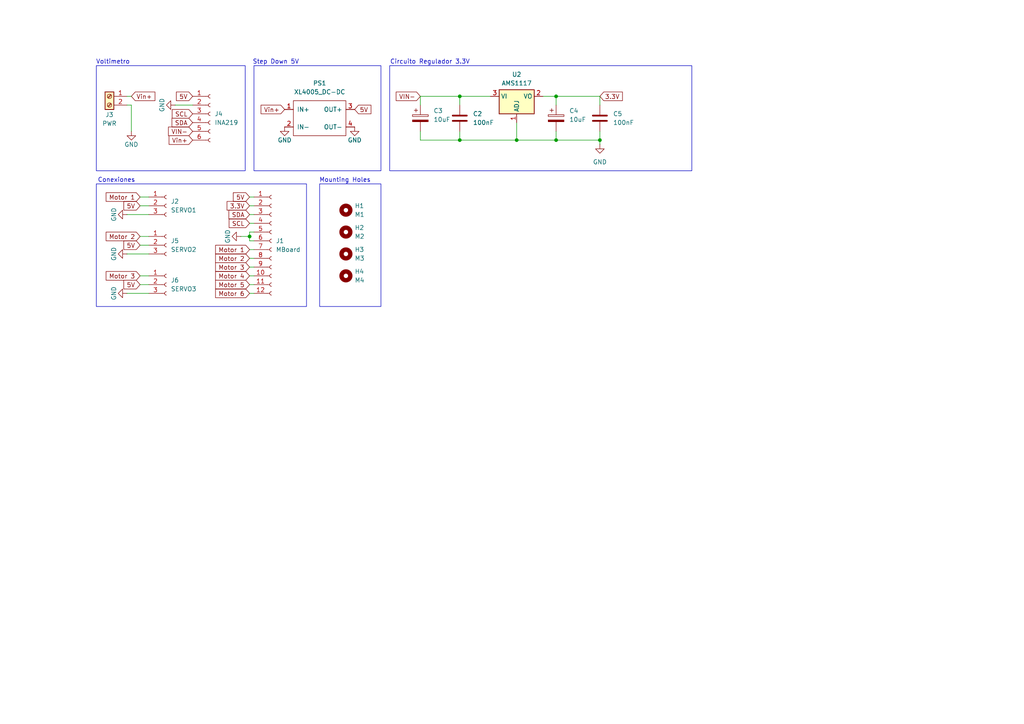
<source format=kicad_sch>
(kicad_sch (version 20231120) (generator "eeschema") (generator_version "8.0")
  (paper "A4")
  (lib_symbols
    (symbol "Connector:Conn_01x03_Socket" (pin_names (offset 1.016) hide)
      (property "Reference" "J" (at 0 5.08 0))
      (property "Value" "Conn_01x03_Socket" (at 0 -5.08 0))
      (symbol "Conn_01x03_Socket_1_1"
        (arc (start 0 -2.032) (mid -0.5058 -2.54) (end 0 -3.048) (stroke (width 0.1524)))
        (polyline (pts (xy -1.27 -2.54) (xy -0.508 -2.54)) (stroke (width 0.1524)))
        (polyline (pts (xy -1.27 0) (xy -0.508 0)) (stroke (width 0.1524)))
        (polyline (pts (xy -1.27 2.54) (xy -0.508 2.54)) (stroke (width 0.1524)))
        (arc (start 0 0.508) (mid -0.5058 0) (end 0 -0.508) (stroke (width 0.1524)))
        (arc (start 0 3.048) (mid -0.5058 2.54) (end 0 2.032) (stroke (width 0.1524)))
        (pin passive line (at -5.08 2.54 0) (length 3.81) (name "Pin_1") (number "1"))
        (pin passive line (at -5.08 0 0) (length 3.81) (name "Pin_2") (number "2"))
        (pin passive line (at -5.08 -2.54 0) (length 3.81) (name "Pin_3") (number "3"))
      )
    )
    (symbol "Connector:Conn_01x06_Socket" (pin_names (offset 1.016) hide)
      (property "Reference" "J" (at 0 7.62 0))
      (property "Value" "Conn_01x06_Socket" (at 0 -10.16 0))
      (symbol "Conn_01x06_Socket_1_1"
        (arc (start 0 -7.112) (mid -0.5058 -7.62) (end 0 -8.128) (stroke (width 0.1524)))
        (arc (start 0 -4.572) (mid -0.5058 -5.08) (end 0 -5.588) (stroke (width 0.1524)))
        (arc (start 0 -2.032) (mid -0.5058 -2.54) (end 0 -3.048) (stroke (width 0.1524)))
        (polyline (pts (xy -1.27 -7.62) (xy -0.508 -7.62)) (stroke (width 0.1524)))
        (polyline (pts (xy -1.27 -5.08) (xy -0.508 -5.08)) (stroke (width 0.1524)))
        (polyline (pts (xy -1.27 -2.54) (xy -0.508 -2.54)) (stroke (width 0.1524)))
        (polyline (pts (xy -1.27 0) (xy -0.508 0)) (stroke (width 0.1524)))
        (polyline (pts (xy -1.27 2.54) (xy -0.508 2.54)) (stroke (width 0.1524)))
        (polyline (pts (xy -1.27 5.08) (xy -0.508 5.08)) (stroke (width 0.1524)))
        (arc (start 0 0.508) (mid -0.5058 0) (end 0 -0.508) (stroke (width 0.1524)))
        (arc (start 0 3.048) (mid -0.5058 2.54) (end 0 2.032) (stroke (width 0.1524)))
        (arc (start 0 5.588) (mid -0.5058 5.08) (end 0 4.572) (stroke (width 0.1524)))
        (pin passive line (at -5.08 5.08 0) (length 3.81) (name "Pin_1") (number "1"))
        (pin passive line (at -5.08 2.54 0) (length 3.81) (name "Pin_2") (number "2"))
        (pin passive line (at -5.08 0 0) (length 3.81) (name "Pin_3") (number "3"))
        (pin passive line (at -5.08 -2.54 0) (length 3.81) (name "Pin_4") (number "4"))
        (pin passive line (at -5.08 -5.08 0) (length 3.81) (name "Pin_5") (number "5"))
        (pin passive line (at -5.08 -7.62 0) (length 3.81) (name "Pin_6") (number "6"))
      )
    )
    (symbol "Connector:Conn_01x12_Socket" (pin_names (offset 1.016) hide)
      (property "Reference" "J" (at 0 15.24 0))
      (property "Value" "Conn_01x12_Socket" (at 0 -17.78 0))
      (symbol "Conn_01x12_Socket_1_1"
        (arc (start 0 -14.732) (mid -0.5058 -15.24) (end 0 -15.748) (stroke (width 0.1524)))
        (arc (start 0 -12.192) (mid -0.5058 -12.7) (end 0 -13.208) (stroke (width 0.1524)))
        (arc (start 0 -9.652) (mid -0.5058 -10.16) (end 0 -10.668) (stroke (width 0.1524)))
        (arc (start 0 -7.112) (mid -0.5058 -7.62) (end 0 -8.128) (stroke (width 0.1524)))
        (arc (start 0 -4.572) (mid -0.5058 -5.08) (end 0 -5.588) (stroke (width 0.1524)))
        (arc (start 0 -2.032) (mid -0.5058 -2.54) (end 0 -3.048) (stroke (width 0.1524)))
        (polyline (pts (xy -1.27 -15.24) (xy -0.508 -15.24)) (stroke (width 0.1524)))
        (polyline (pts (xy -1.27 -12.7) (xy -0.508 -12.7)) (stroke (width 0.1524)))
        (polyline (pts (xy -1.27 -10.16) (xy -0.508 -10.16)) (stroke (width 0.1524)))
        (polyline (pts (xy -1.27 -7.62) (xy -0.508 -7.62)) (stroke (width 0.1524)))
        (polyline (pts (xy -1.27 -5.08) (xy -0.508 -5.08)) (stroke (width 0.1524)))
        (polyline (pts (xy -1.27 -2.54) (xy -0.508 -2.54)) (stroke (width 0.1524)))
        (polyline (pts (xy -1.27 0) (xy -0.508 0)) (stroke (width 0.1524)))
        (polyline (pts (xy -1.27 2.54) (xy -0.508 2.54)) (stroke (width 0.1524)))
        (polyline (pts (xy -1.27 5.08) (xy -0.508 5.08)) (stroke (width 0.1524)))
        (polyline (pts (xy -1.27 7.62) (xy -0.508 7.62)) (stroke (width 0.1524)))
        (polyline (pts (xy -1.27 10.16) (xy -0.508 10.16)) (stroke (width 0.1524)))
        (polyline (pts (xy -1.27 12.7) (xy -0.508 12.7)) (stroke (width 0.1524)))
        (arc (start 0 0.508) (mid -0.5058 0) (end 0 -0.508) (stroke (width 0.1524)))
        (arc (start 0 3.048) (mid -0.5058 2.54) (end 0 2.032) (stroke (width 0.1524)))
        (arc (start 0 5.588) (mid -0.5058 5.08) (end 0 4.572) (stroke (width 0.1524)))
        (arc (start 0 8.128) (mid -0.5058 7.62) (end 0 7.112) (stroke (width 0.1524)))
        (arc (start 0 10.668) (mid -0.5058 10.16) (end 0 9.652) (stroke (width 0.1524)))
        (arc (start 0 13.208) (mid -0.5058 12.7) (end 0 12.192) (stroke (width 0.1524)))
        (pin passive line (at -5.08 12.7 0) (length 3.81) (name "Pin_1") (number "1"))
        (pin passive line (at -5.08 -10.16 0) (length 3.81) (name "Pin_10") (number "10"))
        (pin passive line (at -5.08 -12.7 0) (length 3.81) (name "Pin_11") (number "11"))
        (pin passive line (at -5.08 -15.24 0) (length 3.81) (name "Pin_12") (number "12"))
        (pin passive line (at -5.08 10.16 0) (length 3.81) (name "Pin_2") (number "2"))
        (pin passive line (at -5.08 7.62 0) (length 3.81) (name "Pin_3") (number "3"))
        (pin passive line (at -5.08 5.08 0) (length 3.81) (name "Pin_4") (number "4"))
        (pin passive line (at -5.08 2.54 0) (length 3.81) (name "Pin_5") (number "5"))
        (pin passive line (at -5.08 0 0) (length 3.81) (name "Pin_6") (number "6"))
        (pin passive line (at -5.08 -2.54 0) (length 3.81) (name "Pin_7") (number "7"))
        (pin passive line (at -5.08 -5.08 0) (length 3.81) (name "Pin_8") (number "8"))
        (pin passive line (at -5.08 -7.62 0) (length 3.81) (name "Pin_9") (number "9"))
      )
    )
    (symbol "Connector:Screw_Terminal_01x02" (pin_names (offset 1.016) hide)
      (property "Reference" "J" (at 0 2.54 0))
      (property "Value" "Screw_Terminal_01x02" (at 0 -5.08 0))
      (symbol "Screw_Terminal_01x02_1_1"
        (rectangle (start -1.27 1.27) (end 1.27 -3.81) (stroke (width 0.254)) (fill (type background)))
        (circle (center 0 -2.54) (radius 0.635) (stroke (width 0.1524)))
        (polyline (pts (xy -0.5334 -2.2098) (xy 0.3302 -3.048)) (stroke (width 0.1524)))
        (polyline (pts (xy -0.5334 0.3302) (xy 0.3302 -0.508)) (stroke (width 0.1524)))
        (polyline (pts (xy -0.3556 -2.032) (xy 0.508 -2.8702)) (stroke (width 0.1524)))
        (polyline (pts (xy -0.3556 0.508) (xy 0.508 -0.3302)) (stroke (width 0.1524)))
        (circle (center 0 0) (radius 0.635) (stroke (width 0.1524)))
        (pin passive line (at -5.08 0 0) (length 3.81) (name "Pin_1") (number "1"))
        (pin passive line (at -5.08 -2.54 0) (length 3.81) (name "Pin_2") (number "2"))
      )
    )
    (symbol "Device:C" (pin_numbers hide) (pin_names (offset 0.254))
      (property "Reference" "C" (at 0.635 2.54 0))
      (property "Value" "C" (at 0.635 -2.54 0))
      (symbol "C_0_1"
        (polyline (pts (xy -2.032 -0.762) (xy 2.032 -0.762)) (stroke (width 0.508)))
        (polyline (pts (xy -2.032 0.762) (xy 2.032 0.762)) (stroke (width 0.508)))
      )
      (symbol "C_1_1"
        (pin passive line (at 0 3.81 270) (length 2.794) (name "~") (number "1"))
        (pin passive line (at 0 -3.81 90) (length 2.794) (name "~") (number "2"))
      )
    )
    (symbol "Device:C_Polarized" (pin_numbers hide) (pin_names (offset 0.254))
      (property "Reference" "C" (at 0.635 2.54 0))
      (property "Value" "C_Polarized" (at 0.635 -2.54 0))
      (symbol "C_Polarized_0_1"
        (rectangle (start -2.286 0.508) (end 2.286 1.016))
        (polyline (pts (xy -1.778 2.286) (xy -0.762 2.286)))
        (polyline (pts (xy -1.27 2.794) (xy -1.27 1.778)))
        (rectangle (start 2.286 -0.508) (end -2.286 -1.016) (fill (type outline)))
      )
      (symbol "C_Polarized_1_1"
        (pin passive line (at 0 3.81 270) (length 2.794) (name "~") (number "1"))
        (pin passive line (at 0 -3.81 90) (length 2.794) (name "~") (number "2"))
      )
    )
    (symbol "Mechanical:MountingHole" (pin_names (offset 1.016)) (exclude_from_sim yes) (in_bom no)
      (property "Reference" "H" (at 0 5.08 0))
      (property "Value" "MountingHole" (at 0 3.175 0))
      (symbol "MountingHole_0_1"
        (circle (center 0 0) (radius 1.27) (stroke (width 1.27)))
      )
    )
    (symbol "Regulator_Linear:AMS1117"
      (property "Reference" "U" (at -3.81 3.175 0))
      (property "Value" "AMS1117" (at 0 3.175 0))
      (symbol "AMS1117_0_1"
        (rectangle (start -5.08 -5.08) (end 5.08 1.905) (stroke (width 0.254)) (fill (type background)))
      )
      (symbol "AMS1117_1_1"
        (pin input line (at 0 -7.62 90) (length 2.54) (name "ADJ") (number "1"))
        (pin power_out line (at 7.62 0 180) (length 2.54) (name "VO") (number "2"))
        (pin power_in line (at -7.62 0 0) (length 2.54) (name "VI") (number "3"))
      )
    )
    (symbol "XL4005_DC-DC:XL4005_DC-DC" (pin_names (offset 1.016))
      (property "Reference" "PS" (at 0 0 0))
      (property "Value" "XL4005_DC-DC" (at 0 -7.62 0))
      (symbol "XL4005_DC-DC_0_1"
        (rectangle (start -7.62 5.08) (end 7.62 -5.08))
        (rectangle (start -5.08 2.54) (end -5.08 2.54))
        (rectangle (start -5.08 5.08) (end -5.08 5.08))
        (rectangle (start -2.54 5.08) (end -2.54 5.08))
      )
      (symbol "XL4005_DC-DC_1_1"
        (pin input line (at -10.16 2.54 0) (length 2.54) (name "IN+") (number "1"))
        (pin input line (at -10.16 -2.54 0) (length 2.54) (name "IN-") (number "2"))
        (pin output line (at 10.16 2.54 180) (length 2.54) (name "OUT+") (number "3"))
        (pin output line (at 10.16 -2.54 180) (length 2.54) (name "OUT-") (number "4"))
      )
    )
    (symbol "power:GND" (power) (pin_numbers hide) (pin_names (offset 0) hide)
      (property "Value" "GND" (at 0 -3.81 0))
      (symbol "GND_0_1"
        (polyline (pts (xy 0 0) (xy 0 -1.27) (xy 1.27 -1.27) (xy 0 -2.54) (xy -1.27 -1.27) (xy 0 -1.27)))
      )
      (symbol "GND_1_1"
        (pin power_in line (at 0 0 270) (length 0) (name "~") (number "1"))
      )
    )
  )
  (junction (at 149.86 40.64))
  (junction (at 72.39 68.58))
  (junction (at 161.29 27.94))
  (junction (at 133.35 40.64))
  (junction (at 173.99 40.64))
  (junction (at 133.35 27.94))
  (junction (at 161.29 40.64))
  (wire (pts (xy 173.99 27.94) (xy 173.99 30.48)))
  (wire (pts (xy 161.29 38.1) (xy 161.29 40.64)))
  (wire (pts (xy 142.24 27.94) (xy 133.35 27.94)))
  (wire (pts (xy 72.39 80.01) (xy 73.66 80.01)))
  (wire (pts (xy 50.8 30.48) (xy 55.88 30.48)))
  (wire (pts (xy 40.64 71.12) (xy 43.18 71.12)))
  (wire (pts (xy 38.1 30.48) (xy 38.1 38.1)))
  (wire (pts (xy 72.39 59.69) (xy 73.66 59.69)))
  (wire (pts (xy 40.64 59.69) (xy 43.18 59.69)))
  (wire (pts (xy 173.99 38.1) (xy 173.99 40.64)))
  (wire (pts (xy 40.64 82.55) (xy 43.18 82.55)))
  (wire (pts (xy 72.39 85.09) (xy 73.66 85.09)))
  (wire (pts (xy 36.83 85.09) (xy 43.18 85.09)))
  (wire (pts (xy 133.35 27.94) (xy 133.35 30.48)))
  (wire (pts (xy 72.39 68.58) (xy 72.39 69.85)))
  (wire (pts (xy 161.29 27.94) (xy 161.29 30.48)))
  (wire (pts (xy 72.39 72.39) (xy 73.66 72.39)))
  (wire (pts (xy 121.92 30.48) (xy 121.92 27.94)))
  (wire (pts (xy 149.86 40.64) (xy 161.29 40.64)))
  (wire (pts (xy 40.64 80.01) (xy 43.18 80.01)))
  (wire (pts (xy 72.39 82.55) (xy 73.66 82.55)))
  (wire (pts (xy 121.92 27.94) (xy 133.35 27.94)))
  (wire (pts (xy 149.86 35.56) (xy 149.86 40.64)))
  (wire (pts (xy 121.92 38.1) (xy 121.92 40.64)))
  (wire (pts (xy 69.85 68.58) (xy 72.39 68.58)))
  (wire (pts (xy 38.1 30.48) (xy 36.83 30.48)))
  (wire (pts (xy 72.39 77.47) (xy 73.66 77.47)))
  (wire (pts (xy 72.39 69.85) (xy 73.66 69.85)))
  (wire (pts (xy 40.64 68.58) (xy 43.18 68.58)))
  (wire (pts (xy 72.39 62.23) (xy 73.66 62.23)))
  (wire (pts (xy 72.39 64.77) (xy 73.66 64.77)))
  (wire (pts (xy 36.83 62.23) (xy 43.18 62.23)))
  (wire (pts (xy 173.99 41.91) (xy 173.99 40.64)))
  (wire (pts (xy 38.1 27.94) (xy 36.83 27.94)))
  (wire (pts (xy 149.86 40.64) (xy 133.35 40.64)))
  (wire (pts (xy 157.48 27.94) (xy 161.29 27.94)))
  (wire (pts (xy 161.29 40.64) (xy 173.99 40.64)))
  (wire (pts (xy 133.35 38.1) (xy 133.35 40.64)))
  (wire (pts (xy 72.39 74.93) (xy 73.66 74.93)))
  (wire (pts (xy 72.39 68.58) (xy 72.39 67.31)))
  (wire (pts (xy 72.39 67.31) (xy 73.66 67.31)))
  (wire (pts (xy 36.83 73.66) (xy 43.18 73.66)))
  (wire (pts (xy 40.64 57.15) (xy 43.18 57.15)))
  (wire (pts (xy 133.35 40.64) (xy 121.92 40.64)))
  (wire (pts (xy 161.29 27.94) (xy 173.99 27.94)))
  (wire (pts (xy 72.39 57.15) (xy 73.66 57.15)))
  (rectangle (start 27.94 53.34) (end 88.9 88.9))
  (rectangle (start 27.94 19.05) (end 71.12 49.53))
  (rectangle (start 92.71 53.34) (end 110.49 88.9))
  (rectangle (start 73.66 19.05) (end 110.49 49.53))
  (rectangle (start 113.03 19.05) (end 200.66 49.53))
  (text "Circuito Regulador 3.3V\n" (at 124.714 18.034 0) (effects (font (size 1.27 1.27))))
  (text "Step Down 5V\n" (at 80.01 18.034 0) (effects (font (size 1.27 1.27))))
  (text "Voltimetro\n" (at 32.766 18.034 0) (effects (font (size 1.27 1.27))))
  (text "Conexiones" (at 33.782 52.324 0) (effects (font (size 1.27 1.27))))
  (text "Mounting Holes\n" (at 100.076 52.324 0) (effects (font (size 1.27 1.27))))
  (global_label "5V" (shape input) (at 72.39 57.15 180) (property "Intersheetrefs" "${INTERSHEET_REFS}" (effects (hide yes))))
  (global_label "5V" (shape input) (at 40.64 59.69 180) (property "Intersheetrefs" "${INTERSHEET_REFS}" (effects (hide yes))))
  (global_label "Motor 1" (shape input) (at 40.64 57.15 180) (property "Intersheetrefs" "${INTERSHEET_REFS}" (effects (hide yes))))
  (global_label "SDA" (shape input) (at 55.88 35.56 180) (property "Intersheetrefs" "${INTERSHEET_REFS}" (effects (hide yes))))
  (global_label "VIN-" (shape input) (at 121.92 27.94 180) (property "Intersheetrefs" "${INTERSHEET_REFS}" (effects (hide yes))))
  (global_label "VIN-" (shape input) (at 55.88 38.1 180) (property "Intersheetrefs" "${INTERSHEET_REFS}" (effects (hide yes))))
  (global_label "5V" (shape input) (at 55.88 27.94 180) (property "Intersheetrefs" "${INTERSHEET_REFS}" (effects (hide yes))))
  (global_label "Motor 3" (shape input) (at 72.39 77.47 180) (property "Intersheetrefs" "${INTERSHEET_REFS}" (effects (hide yes))))
  (global_label "5V" (shape input) (at 102.87 31.75 0) (property "Intersheetrefs" "${INTERSHEET_REFS}" (effects (hide yes))))
  (global_label "Motor 3" (shape input) (at 40.64 80.01 180) (property "Intersheetrefs" "${INTERSHEET_REFS}" (effects (hide yes))))
  (global_label "SCL" (shape input) (at 72.39 64.77 180) (property "Intersheetrefs" "${INTERSHEET_REFS}" (effects (hide yes))))
  (global_label "Motor 2" (shape input) (at 72.39 74.93 180) (property "Intersheetrefs" "${INTERSHEET_REFS}" (effects (hide yes))))
  (global_label "5V" (shape input) (at 40.64 71.12 180) (property "Intersheetrefs" "${INTERSHEET_REFS}" (effects (hide yes))))
  (global_label "Motor 4" (shape input) (at 72.39 80.01 180) (property "Intersheetrefs" "${INTERSHEET_REFS}" (effects (hide yes))))
  (global_label "Motor 2" (shape input) (at 40.64 68.58 180) (property "Intersheetrefs" "${INTERSHEET_REFS}" (effects (hide yes))))
  (global_label "5V" (shape input) (at 40.64 82.55 180) (property "Intersheetrefs" "${INTERSHEET_REFS}" (effects (hide yes))))
  (global_label "Motor 5" (shape input) (at 72.39 82.55 180) (property "Intersheetrefs" "${INTERSHEET_REFS}" (effects (hide yes))))
  (global_label "Motor 6" (shape input) (at 72.39 85.09 180) (property "Intersheetrefs" "${INTERSHEET_REFS}" (effects (hide yes))))
  (global_label "Vin+" (shape input) (at 55.88 40.64 180) (property "Intersheetrefs" "${INTERSHEET_REFS}" (effects (hide yes))))
  (global_label "3.3V" (shape input) (at 72.39 59.69 180) (property "Intersheetrefs" "${INTERSHEET_REFS}" (effects (hide yes))))
  (global_label "Vin+" (shape input) (at 38.1 27.94 0) (property "Intersheetrefs" "${INTERSHEET_REFS}" (effects (hide yes))))
  (global_label "Vin+" (shape input) (at 82.55 31.75 180) (property "Intersheetrefs" "${INTERSHEET_REFS}" (effects (hide yes))))
  (global_label "SCL" (shape input) (at 55.88 33.02 180) (property "Intersheetrefs" "${INTERSHEET_REFS}" (effects (hide yes))))
  (global_label "Motor 1" (shape input) (at 72.39 72.39 180) (property "Intersheetrefs" "${INTERSHEET_REFS}" (effects (hide yes))))
  (global_label "3.3V" (shape input) (at 173.99 27.94 0) (property "Intersheetrefs" "${INTERSHEET_REFS}" (effects (hide yes))))
  (global_label "SDA" (shape input) (at 72.39 62.23 180) (property "Intersheetrefs" "${INTERSHEET_REFS}" (effects (hide yes))))
  (symbol (lib_id "power:GND") (at 173.99 41.91 0) (unit 1)
    (property "Reference" "#PWR03" (effects (hide yes)))
    (property "Value" "GND" (at 173.99 46.99 0))
    (property "Description" "Power symbol creates a global label with name \"GND\" , ground" (effects (hide yes)))
  )
  (symbol (lib_id "Connector:Conn_01x03_Socket") (at 48.26 59.69 0) (unit 1)
    (property "Reference" "J2" (at 49.53 58.4199 0) (effects (justify left)))
    (property "Value" "SERVO1" (at 49.53 60.9599 0) (effects (justify left)))
    (property "Footprint" "Connector_PinHeader_2.54mm:PinHeader_1x03_P2.54mm_Vertical" (effects (hide yes)))
    (property "Description" "Generic connector, single row, 01x03, script generated" (effects (hide yes)))
  )
  (symbol (lib_id "power:GND") (at 102.87 36.83 0) (unit 1)
    (property "Reference" "#PWR02" (effects (hide yes)))
    (property "Value" "GND" (at 102.87 40.64 0))
    (property "Description" "Power symbol creates a global label with name \"GND\" , ground" (effects (hide yes)))
  )
  (symbol (lib_id "power:GND") (at 36.83 73.66 270) (unit 1)
    (property "Reference" "#PWR09" (effects (hide yes)))
    (property "Value" "GND" (at 33.02 73.66 0))
    (property "Description" "Power symbol creates a global label with name \"GND\" , ground" (effects (hide yes)))
  )
  (symbol (lib_id "Device:C") (at 173.99 34.29 0) (unit 1)
    (property "Reference" "C5" (at 177.8 33.0199 0) (effects (justify left)))
    (property "Value" "100nF" (at 177.8 35.5599 0) (effects (justify left)))
    (property "Footprint" "Capacitor_THT:C_Disc_D5.0mm_W2.5mm_P2.50mm" (effects (hide yes)))
    (property "Description" "Unpolarized capacitor" (effects (hide yes)))
  )
  (symbol (lib_id "power:GND") (at 69.85 68.58 270) (unit 1)
    (property "Reference" "#PWR06" (effects (hide yes)))
    (property "Value" "GND" (at 66.04 68.58 0))
    (property "Description" "Power symbol creates a global label with name \"GND\" , ground" (effects (hide yes)))
  )
  (symbol (lib_id "Connector:Screw_Terminal_01x02") (at 31.75 27.94 0) (mirror y) (unit 1)
    (property "Reference" "J3" (at 31.75 33.274 0))
    (property "Value" "PWR" (at 31.75 35.814 0))
    (property "Footprint" "TerminalBlock:TerminalBlock_bornier-2_P5.08mm" (effects (hide yes)))
    (property "Description" "Generic screw terminal, single row, 01x02, script generated (kicad-library-utils/schlib/autogen/connector/)" (effects (hide yes)))
  )
  (symbol (lib_id "XL4005_DC-DC:XL4005_DC-DC") (at 92.71 34.29 0) (unit 1)
    (property "Reference" "PS1" (at 92.71 24.13 0))
    (property "Value" "XL4005_DC-DC" (at 92.71 26.67 0))
    (property "Footprint" "Libiac_lib:XL4005_DC-DC" (effects (hide yes)))
  )
  (symbol (lib_id "Mechanical:MountingHole") (at 100.33 73.66 0) (unit 1) (exclude_from_sim yes) (in_bom no)
    (property "Reference" "H3" (at 102.87 72.3899 0) (effects (justify left)))
    (property "Value" "M3" (at 102.87 74.9299 0) (effects (justify left)))
    (property "Footprint" "MountingHole:MountingHole_3.2mm_M3_ISO14580" (effects (hide yes)))
    (property "Description" "Mounting Hole without connection" (effects (hide yes)))
  )
  (symbol (lib_id "power:GND") (at 36.83 62.23 270) (unit 1)
    (property "Reference" "#PWR07" (effects (hide yes)))
    (property "Value" "GND" (at 33.02 62.23 0))
    (property "Description" "Power symbol creates a global label with name \"GND\" , ground" (effects (hide yes)))
  )
  (symbol (lib_id "Regulator_Linear:AMS1117") (at 149.86 27.94 0) (unit 1)
    (property "Reference" "U2" (at 149.86 21.59 0))
    (property "Value" "AMS1117" (at 149.86 24.13 0))
    (property "Footprint" "Package_TO_SOT_SMD:SOT-223-3_TabPin2" (effects (hide yes)))
    (property "Datasheet" "http://www.advanced-monolithic.com/pdf/ds1117.pdf" (effects (hide yes)))
    (property "Description" "1A Low Dropout regulator, positive, adjustable output, SOT-223" (effects (hide yes)))
  )
  (symbol (lib_id "power:GND") (at 50.8 30.48 270) (unit 1)
    (property "Reference" "#PWR05" (effects (hide yes)))
    (property "Value" "GND" (at 46.99 30.48 0))
    (property "Description" "Power symbol creates a global label with name \"GND\" , ground" (effects (hide yes)))
  )
  (symbol (lib_id "Connector:Conn_01x06_Socket") (at 60.96 33.02 0) (unit 1)
    (property "Reference" "J4" (at 62.23 33.0199 0) (effects (justify left)))
    (property "Value" "INA219" (at 62.23 35.5599 0) (effects (justify left)))
    (property "Footprint" "Connector_PinSocket_2.54mm:PinSocket_1x06_P2.54mm_Vertical" (effects (hide yes)))
    (property "Description" "Generic connector, single row, 01x06, script generated" (effects (hide yes)))
  )
  (symbol (lib_id "power:GND") (at 36.83 85.09 270) (unit 1)
    (property "Reference" "#PWR010" (effects (hide yes)))
    (property "Value" "GND" (at 33.02 85.09 0))
    (property "Description" "Power symbol creates a global label with name \"GND\" , ground" (effects (hide yes)))
  )
  (symbol (lib_id "Mechanical:MountingHole") (at 100.33 67.31 0) (unit 1) (exclude_from_sim yes) (in_bom no)
    (property "Reference" "H2" (at 102.87 66.0399 0) (effects (justify left)))
    (property "Value" "M2" (at 102.87 68.5799 0) (effects (justify left)))
    (property "Footprint" "MountingHole:MountingHole_3.2mm_M3_ISO14580" (effects (hide yes)))
    (property "Description" "Mounting Hole without connection" (effects (hide yes)))
  )
  (symbol (lib_id "power:GND") (at 82.55 36.83 0) (unit 1)
    (property "Reference" "#PWR01" (effects (hide yes)))
    (property "Value" "GND" (at 82.55 40.64 0))
    (property "Description" "Power symbol creates a global label with name \"GND\" , ground" (effects (hide yes)))
  )
  (symbol (lib_id "power:GND") (at 38.1 38.1 0) (unit 1)
    (property "Reference" "#PWR04" (effects (hide yes)))
    (property "Value" "GND" (at 38.1 41.91 0))
    (property "Description" "Power symbol creates a global label with name \"GND\" , ground" (effects (hide yes)))
  )
  (symbol (lib_id "Connector:Conn_01x12_Socket") (at 78.74 69.85 0) (unit 1)
    (property "Reference" "J1" (at 80.01 69.8499 0) (effects (justify left)))
    (property "Value" "MBoard" (at 80.01 72.3899 0) (effects (justify left)))
    (property "Footprint" "Connector_PinHeader_2.54mm:PinHeader_1x12_P2.54mm_Vertical" (effects (hide yes)))
    (property "Description" "Generic connector, single row, 01x12, script generated" (effects (hide yes)))
  )
  (symbol (lib_id "Device:C_Polarized") (at 161.29 34.29 0) (unit 1)
    (property "Reference" "C4" (at 165.1 32.1309 0) (effects (justify left)))
    (property "Value" "10uF" (at 165.1 34.6709 0) (effects (justify left)))
    (property "Footprint" "Capacitor_THT:CP_Radial_D5.0mm_P2.50mm" (effects (hide yes)))
    (property "Description" "Polarized capacitor" (effects (hide yes)))
  )
  (symbol (lib_id "Device:C_Polarized") (at 121.92 34.29 0) (unit 1)
    (property "Reference" "C3" (at 125.73 32.1309 0) (effects (justify left)))
    (property "Value" "10uF" (at 125.73 34.6709 0) (effects (justify left)))
    (property "Footprint" "Capacitor_THT:CP_Radial_D5.0mm_P2.50mm" (effects (hide yes)))
    (property "Description" "Polarized capacitor" (effects (hide yes)))
  )
  (symbol (lib_id "Device:C") (at 133.35 34.29 0) (unit 1)
    (property "Reference" "C2" (at 137.16 33.0199 0) (effects (justify left)))
    (property "Value" "100nF" (at 137.16 35.5599 0) (effects (justify left)))
    (property "Footprint" "Capacitor_THT:C_Disc_D5.0mm_W2.5mm_P2.50mm" (effects (hide yes)))
    (property "Description" "Unpolarized capacitor" (effects (hide yes)))
  )
  (symbol (lib_id "Mechanical:MountingHole") (at 100.33 80.01 0) (unit 1) (exclude_from_sim yes) (in_bom no)
    (property "Reference" "H4" (at 102.87 78.7399 0) (effects (justify left)))
    (property "Value" "M4" (at 102.87 81.2799 0) (effects (justify left)))
    (property "Footprint" "MountingHole:MountingHole_3.2mm_M3_ISO14580" (effects (hide yes)))
    (property "Description" "Mounting Hole without connection" (effects (hide yes)))
  )
  (symbol (lib_id "Connector:Conn_01x03_Socket") (at 48.26 71.12 0) (unit 1)
    (property "Reference" "J5" (at 49.53 69.8499 0) (effects (justify left)))
    (property "Value" "SERVO2" (at 49.53 72.3899 0) (effects (justify left)))
    (property "Footprint" "Connector_PinHeader_2.54mm:PinHeader_1x03_P2.54mm_Vertical" (effects (hide yes)))
    (property "Description" "Generic connector, single row, 01x03, script generated" (effects (hide yes)))
  )
  (symbol (lib_id "Mechanical:MountingHole") (at 100.33 60.96 0) (unit 1) (exclude_from_sim yes) (in_bom no)
    (property "Reference" "H1" (at 102.87 59.6899 0) (effects (justify left)))
    (property "Value" "M1" (at 102.87 62.2299 0) (effects (justify left)))
    (property "Footprint" "MountingHole:MountingHole_3.2mm_M3_ISO14580" (effects (hide yes)))
    (property "Description" "Mounting Hole without connection" (effects (hide yes)))
  )
  (symbol (lib_id "Connector:Conn_01x03_Socket") (at 48.26 82.55 0) (unit 1)
    (property "Reference" "J6" (at 49.53 81.2799 0) (effects (justify left)))
    (property "Value" "SERVO3" (at 49.53 83.8199 0) (effects (justify left)))
    (property "Footprint" "Connector_PinHeader_2.54mm:PinHeader_1x03_P2.54mm_Vertical" (effects (hide yes)))
    (property "Description" "Generic connector, single row, 01x03, script generated" (effects (hide yes)))
  )
)
</source>
